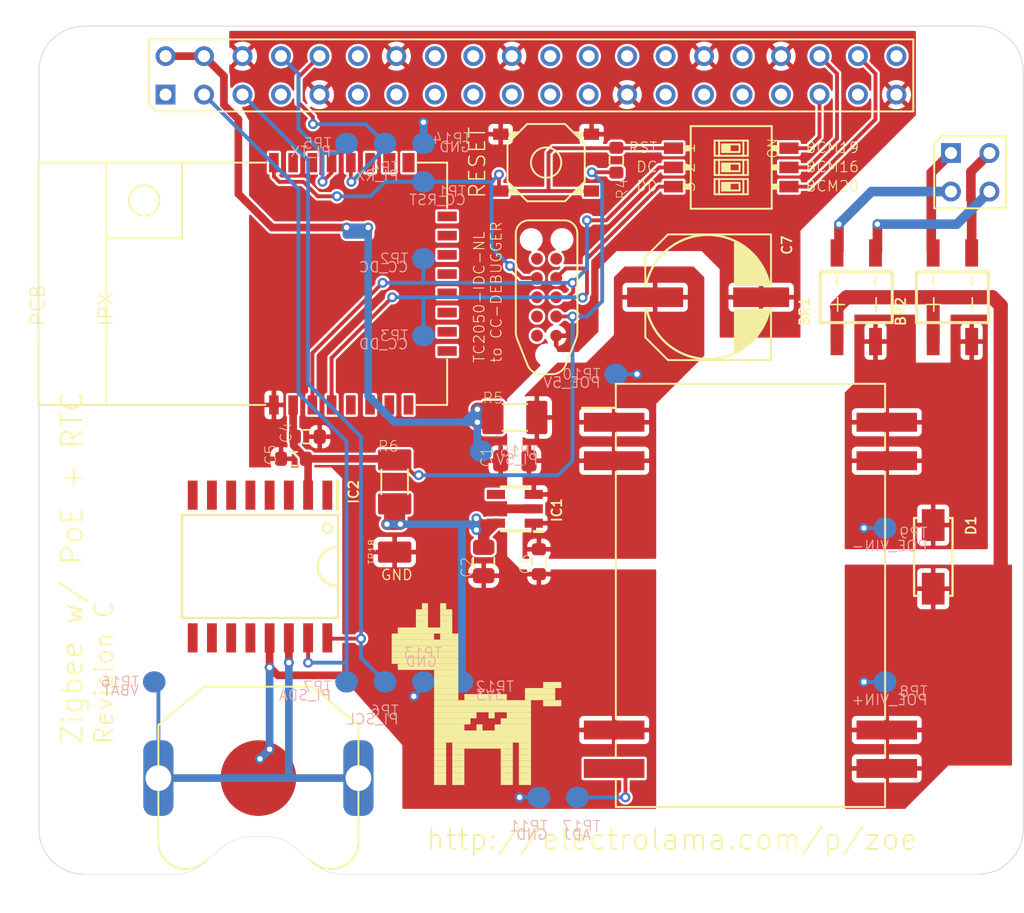
<source format=kicad_pcb>
(kicad_pcb (version 20211014) (generator pcbnew)
  (layers (0 "F.Cu" signal) (31 "B.Cu" signal) (34 "B.Paste" user) (35 "F.Paste" user) (36 "B.SilkS" user "B.Silkscreen") (37 "F.SilkS" user "F.Silkscreen") (38 "B.Mask" user) (39 "F.Mask" user) (44 "Edge.Cuts" user))
  (net 0 "")
  (net 1 "GND")
  (net 2 "POE_VIN+")
  (net 3 "POE_VIN-")
  (net 4 "VB1")
  (net 5 "VB2")
  (net 6 "VA1")
  (net 7 "VA2")
  (net 8 "PI_5V")
  (net 9 "PI_3V3")
  (net 10 "PI_SDA")
  (net 11 "PI_SCL")
  (net 12 "PI_TX")
  (net 13 "PI_RX")
  (net 14 "GP19")
  (net 15 "GP16")
  (net 16 "GP20")
  (net 17 "N$1")
  (net 18 "POE_5V")
  (net 19 "VCC")
  (net 20 "CC_RST")
  (net 21 "CC_DC")
  (net 22 "CC_DD")
  (net 23 "LDO_OUT")
  (net 24 "POE_ADJ")
  (footprint "eagleBoard:_PKG_C_0805" (layer "F.Cu") (at 145.3762 112.3534 90)
    (fp_text reference "C2")
    (fp_text value "22u")
  )
  (footprint "eagleBoard:SILVERTEL_AG9800M" (layer "F.Cu") (at 162.9911 114.5886 -90)
    (fp_text reference "MOD2" hide)
    (fp_text value "AG9805-MT")
  )
  (footprint "eagleBoard:_PKG_C_0603" (layer "F.Cu") (at 149.0211 112.3661 -90)
    (fp_text reference "C6")
    (fp_text value "2u2")
  )
  (footprint "eagleBoard:SOT95P280X145-5N" (layer "F.Cu") (at 147.4336 108.8736 180)
    (fp_text reference "IC1")
    (fp_text value "TLV70333DBVR")
  )
  (footprint "eagleBoard:DIOM5126X250N-NOPOL" (layer "F.Cu") (at 175.0561 112.0486 90)
    (fp_text reference "D1")
    (fp_text value "SMAJ58CA")
  )
  (footprint "eagleBoard:_PKG_C_0805" (layer "F.Cu") (at 147.4336 105.6986)
    (fp_text reference "C1")
    (fp_text value "22u")
  )
  (footprint "eagleBoard:_PKG_C_0603" (layer "F.Cu") (at 132.8159 105.5716 180)
    (fp_text reference "C5")
    (fp_text value "100n")
  )
  (footprint "eagleBoard:EBYTE-E18-MS1PA1" (layer "F.Cu") (at 129.4631 94.0146 -90)
    (fp_text reference "MOD1" hide)
    (fp_text value "E18-MS1PA1-IPX/PCB")
  )
  (footprint "eagleBoard:TP_DUAL_1206" (layer "F.Cu") (at 139.4961 107.0956 90)
    (fp_text reference "R6")
    (fp_text value "0")
  )
  (footprint "eagleBoard:SOP254P665X270-4N" (layer "F.Cu") (at 169.9761 94.9036 90)
    (fp_text reference "BR1")
    (fp_text value "MB6S")
  )
  (footprint "eagleBoard:KEYSTONE_3001" (layer "F.Cu") (at 130.5011 126.6536 180)
    (fp_text reference "BAT1" hide)
    (fp_text value "KEYSTONE 3001")
  )
  (footprint "eagleBoard:DSHP03TS-S" (layer "F.Cu") (at 161.7211 86.3311 -90)
    (fp_text reference "SW1" hide)
    (fp_text value "DSHP03TS-S" hide)
  )
  (footprint "eagleBoard:XKB-TS-1187A" (layer "F.Cu") (at 149.49735 86.0136)
    (fp_text reference "SW2" hide)
    (fp_text value "" hide)
  )
  (footprint "eagleBoard:TP_S2751-46R" (layer "F.Cu") (at 139.4961 111.7311 90)
    (fp_text reference "TP18")
    (fp_text value "TP-HOOK")
  )
  (footprint "eagleBoard:TC2050-IDC-NL" (layer "F.Cu") (at 149.5291 94.9036 90)
    (fp_text reference "CON1" hide)
    (fp_text value "" hide)
  )
  (footprint "eagleBoard:_CAP_ELCO_D8_L10.5" (layer "F.Cu") (at 160.1971 94.9036 180)
    (fp_text reference "C7")
    (fp_text value "470u")
  )
  (footprint "eagleBoard:SOIC127P1032X265-16N" (layer "F.Cu") (at 130.6061 112.6836 -90)
    (fp_text reference "IC2")
    (fp_text value "")
  )
  (footprint "eagleBoard:_PKG_C_0603" (layer "F.Cu") (at 154.1361 85.85485 -90)
    (fp_text reference "R4")
    (fp_text value "4K7")
  )
  (footprint "eagleBoard:_PKG_C_0603" (layer "F.Cu") (at 133.7303 104.1111)
    (fp_text reference "C4")
    (fp_text value "100n")
  )
  (footprint "eagleBoard:RPI-HAT-FULL" (layer "F.Cu") (at 116.0011 133.0036)
    (fp_text reference "MOD3" hide)
    (fp_text value "RPI-HAT-FULL")
  )
  (footprint "eagleBoard:SOP254P665X270-4N" (layer "F.Cu") (at 176.3261 94.9036 90)
    (fp_text reference "BR2")
    (fp_text value "MB6S")
  )
  (footprint "eagleBoard:TP_DUAL_1206" (layer "F.Cu") (at 147.4336 102.8411)
    (fp_text reference "R5")
    (fp_text value "0")
  )
  (footprint "eagleBoard:ELECTROLAMA" (layer "F.Cu") (at 145.3186 122.5511)
    (fp_text reference "U$1" hide)
    (fp_text value "LOGO-ELECTROLAMA" hide)
  )
  (footprint "eagleBoard:TP_DOT" (layer "B.Cu") (at 141.4011 84.7436 180)
    (fp_text reference "TP14")
    (fp_text value "TP" hide)
  )
  (footprint "eagleBoard:TP_DOT" (layer "B.Cu") (at 123.6211 120.3036 180)
    (fp_text reference "TP16")
    (fp_text value "TP" hide)
  )
  (footprint "eagleBoard:TP_DOT" (layer "B.Cu") (at 145.2111 105.0636 180)
    (fp_text reference "TP15")
    (fp_text value "TP" hide)
  )
  (footprint "eagleBoard:TP_DOT" (layer "B.Cu") (at 138.8611 120.3036 180)
    (fp_text reference "TP6")
    (fp_text value "TP" hide)
  )
  (footprint "eagleBoard:TP_DOT" (layer "B.Cu") (at 136.3211 120.3036 180)
    (fp_text reference "TP7")
    (fp_text value "TP" hide)
  )
  (footprint "eagleBoard:TP_DOT" (layer "B.Cu") (at 141.4011 92.3636 180)
    (fp_text reference "TP2")
    (fp_text value "TP" hide)
  )
  (footprint "eagleBoard:TP_DOT" (layer "B.Cu") (at 171.8811 120.3036 180)
    (fp_text reference "TP8")
    (fp_text value "TP" hide)
  )
  (footprint "eagleBoard:TP_DOT" (layer "B.Cu") (at 138.8611 84.7436 180)
    (fp_text reference "TP4")
    (fp_text value "TP" hide)
  )
  (footprint "eagleBoard:TP_DOT" (layer "B.Cu") (at 141.4011 87.2836 180)
    (fp_text reference "TP1")
    (fp_text value "TP" hide)
  )
  (footprint "eagleBoard:TP_DOT" (layer "B.Cu") (at 141.4011 97.4436 180)
    (fp_text reference "TP3")
    (fp_text value "TP" hide)
  )
  (footprint "eagleBoard:TP_DOT" (layer "B.Cu") (at 141.4011 120.3036 180)
    (fp_text reference "TP13")
    (fp_text value "TP" hide)
  )
  (footprint "eagleBoard:TP_DOT" (layer "B.Cu") (at 151.5611 127.9236 180)
    (fp_text reference "TP17")
    (fp_text value "TP" hide)
  )
  (footprint "eagleBoard:TP_DOT" (layer "B.Cu") (at 154.1011 99.9836 180)
    (fp_text reference "TP10")
    (fp_text value "TP" hide)
  )
  (footprint "eagleBoard:TP_DOT" (layer "B.Cu") (at 143.9411 120.3036 180)
    (fp_text reference "TP12")
    (fp_text value "TP" hide)
  )
  (footprint "eagleBoard:TP_DOT" (layer "B.Cu") (at 149.0211 127.9236 180)
    (fp_text reference "TP11")
    (fp_text value "TP" hide)
  )
  (footprint "eagleBoard:TP_DOT" (layer "B.Cu") (at 136.3211 84.7436 180)
    (fp_text reference "TP5")
    (fp_text value "TP" hide)
  )
  (footprint "eagleBoard:TP_DOT" (layer "B.Cu") (at 171.8811 110.1436 180)
    (fp_text reference "TP9")
    (fp_text value "TP" hide)
  )
  (gr_line (start 154.1011 102.2061) (end 151.8786 102.2061) (layer "F.SilkS") (width 0.1524))
  (gr_line (start 134.166696 132.308266) (end 132.835503 131.198938) (layer "Edge.Cuts") (width 0.0254))
  (gr_line (start 124.91495 133.0036) (end 119.0011 133.0036) (layer "Edge.Cuts") (width 0.0254))
  (gr_line (start 181.0011 130.0036) (end 181.0011 80.0036) (layer "Edge.Cuts") (width 0.05))
  (gr_line (start 178.0011 133.0036) (end 136.08725 133.0036) (layer "Edge.Cuts") (width 0.0254))
  (gr_arc (start 130.91495 130.503599) (mid 131.936226 130.682785) (end 132.835503 131.198938) (layer "Edge.Cuts") (width 0.0254))
  (gr_line (start 130.91495 130.5036) (end 130.08725 130.5036) (layer "Edge.Cuts") (width 0.0254))
  (gr_arc (start 178.0011 77.0036) (mid 180.12242 77.88228) (end 181.0011 80.0036) (layer "Edge.Cuts") (width 0.05))
  (gr_line (start 116.0011 80.0036) (end 116.0011 130.0036) (layer "Edge.Cuts") (width 0.05))
  (gr_arc (start 119.0011 133.0036) (mid 116.87978 132.12492) (end 116.0011 130.0036) (layer "Edge.Cuts") (width 0.05))
  (gr_arc (start 116.0011 80.0036) (mid 116.87978 77.88228) (end 119.0011 77.0036) (layer "Edge.Cuts") (width 0.05))
  (gr_arc (start 128.166696 131.198937) (mid 129.065974 130.682785) (end 130.08725 130.5036) (layer "Edge.Cuts") (width 0.0254))
  (gr_arc (start 181.0011 130.0036) (mid 180.12242 132.12492) (end 178.0011 133.0036) (layer "Edge.Cuts") (width 0.05))
  (gr_line (start 128.166696 131.198938) (end 126.835503 132.308266) (layer "Edge.Cuts") (width 0.0254))
  (gr_arc (start 126.835503 132.308266) (mid 125.936226 132.824416) (end 124.91495 133.003601) (layer "Edge.Cuts") (width 0.0254))
  (gr_arc (start 136.08725 133.0036) (mid 135.065974 132.824416) (end 134.166696 132.308266) (layer "Edge.Cuts") (width 0.0254))
  (gr_line (start 178.0011 77.0036) (end 119.0011 77.0036) (layer "Edge.Cuts") (width 0.05))
  (gr_text "PI_RX" (at 139.8136 87.2836) (layer "B.SilkS") (effects (font (size 0.6858 0.6858) (thickness 0.0762)) (justify left bottom mirror)))
  (gr_text "CC_DD" (at 140.4486 98.3961) (layer "B.SilkS") (effects (font (size 0.6858 0.6858) (thickness 0.0762)) (justify left bottom mirror)))
  (gr_text "3V3" (at 146.7986 121.5736) (layer "B.SilkS") (effects (font (size 0.6858 0.6858) (thickness 0.0762)) (justify left bottom mirror)))
  (gr_text "PI_SCL" (at 139.8136 123.1611) (layer "B.SilkS") (effects (font (size 0.6858 0.6858) (thickness 0.0762)) (justify left bottom mirror)))
  (gr_text "GND" (at 142.3536 119.3511) (layer "B.SilkS") (effects (font (size 0.6858 0.6858) (thickness 0.0762)) (justify left bottom mirror)))
  (gr_text "VBAT" (at 122.6686 121.2561) (layer "B.SilkS") (effects (font (size 0.6858 0.6858) (thickness 0.0762)) (justify left bottom mirror)))
  (gr_text "ADJ" (at 152.5136 130.7811) (layer "B.SilkS") (effects (font (size 0.6858 0.6858) (thickness 0.0762)) (justify left bottom mirror)))
  (gr_text "PI_SDA" (at 135.3686 121.5736) (layer "B.SilkS") (effects (font (size 0.6858 0.6858) (thickness 0.0762)) (justify left bottom mirror)))
  (gr_text "POE_5V" (at 153.1486 100.9361) (layer "B.SilkS") (effects (font (size 0.6858 0.6858) (thickness 0.0762)) (justify left bottom mirror)))
  (gr_text "POE_VIN+" (at 174.7386 121.8911) (layer "B.SilkS") (effects (font (size 0.6858 0.6858) (thickness 0.0762)) (justify left bottom mirror)))
  (gr_text "GND" (at 149.6561 130.7811) (layer "B.SilkS") (effects (font (size 0.6858 0.6858) (thickness 0.0762)) (justify left bottom mirror)))
  (gr_text "POE_VIN-" (at 174.7386 111.7311) (layer "B.SilkS") (effects (font (size 0.6858 0.6858) (thickness 0.0762)) (justify left bottom mirror)))
  (gr_text "CC_RST" (at 144.2586 88.8711) (layer "B.SilkS") (effects (font (size 0.6858 0.6858) (thickness 0.0762)) (justify left bottom mirror)))
  (gr_text "PI_TX" (at 135.3686 85.6961) (layer "B.SilkS") (effects (font (size 0.6858 0.6858) (thickness 0.0762)) (justify left bottom mirror)))
  (gr_text "GND" (at 144.5761 85.3786) (layer "B.SilkS") (effects (font (size 0.6858 0.6858) (thickness 0.0762)) (justify left bottom mirror)))
  (gr_text "CC_DC" (at 140.4486 93.3161) (layer "B.SilkS") (effects (font (size 0.6858 0.6858) (thickness 0.0762)) (justify left bottom mirror)))
  (gr_text "PI_5V" (at 149.0211 106.0161) (layer "B.SilkS") (effects (font (size 0.6858 0.6858) (thickness 0.0762)) (justify left bottom mirror)))
  (gr_text "DD" (at 156.88985 87.9761) (layer "F.SilkS") (effects (font (size 0.70104 0.70104) (thickness 0.06096)) (justify right bottom)))
  (gr_text "http://electrolama.com/p/zoe" (at 141.5011 131.5036) (layer "F.SilkS") (effects (font (size 1.38 1.38) (thickness 0.12)) (justify left bottom)))
  (gr_text "DC" (at 156.88985 86.7061) (layer "F.SilkS") (effects (font (size 0.70104 0.70104) (thickness 0.06096)) (justify right bottom)))
  (gr_text "BCM19" (at 166.58985 85.4361) (layer "F.SilkS") (effects (font (size 0.70104 0.70104) (thickness 0.06096)) (justify left bottom)))
  (gr_text "Zigbee w/ PoE + RTC" (at 119.0011 124.5036 90) (layer "F.SilkS") (effects (font (size 1.38 1.38) (thickness 0.12)) (justify left bottom)))
  (gr_text "TC2050-IDC-NL\nto CC-DEBUGGER" (at 146.6161 99.2736 90) (layer "F.SilkS") (effects (font (size 0.70104 0.70104) (thickness 0.06096)) (justify left bottom)))
  (gr_text "RESET" (at 144.9511 86.0136 90) (layer "F.SilkS") (effects (font (size 1.05156 1.05156) (thickness 0.09144))))
  (gr_text "BCM16" (at 166.58985 86.7061) (layer "F.SilkS") (effects (font (size 0.70104 0.70104) (thickness 0.06096)) (justify left bottom)))
  (gr_text "RST" (at 156.88985 85.4361) (layer "F.SilkS") (effects (font (size 0.70104 0.70104) (thickness 0.06096)) (justify right bottom)))
  (gr_text "BCM20" (at 166.58985 87.9761) (layer "F.SilkS") (effects (font (size 0.70104 0.70104) (thickness 0.06096)) (justify left bottom)))
  (gr_text "GND" (at 138.5436 113.6361) (layer "F.SilkS") (effects (font (size 0.6858 0.6858) (thickness 0.0762)) (justify left bottom)))
  (gr_text "Revision C" (at 121.0011 124.5036 90) (layer "F.SilkS") (effects (font (size 1.196 1.196) (thickness 0.104)) (justify left bottom)))
  (segment (start 130.6061 125.3836) (end 130.6061 126.5486) (width 0.508) (layer "F.Cu") (net 1))
  (segment (start 131.784062 119.869) (end 137.000365 119.869) (width 0.508) (layer "F.Cu") (net 1))
  (segment (start 130.5011 126.6536) (end 130.5011 125.4886) (width 0.508) (layer "F.Cu") (net 1))
  (segment (start 148.6836 108.8736) (end 146.1636 108.8736) (width 0.5842) (layer "F.Cu") (net 1))
  (segment (start 131.2411 119.3511) (end 131.266162 119.3511) (width 0.508) (layer "F.Cu") (net 1))
  (segment (start 130.6061 125.3836) (end 131.2411 124.7486) (width 0.508) (layer "F.Cu") (net 1))
  (segment (start 150.1641 97.4436) (end 150.9261 97.4436) (width 0.254) (layer "F.Cu") (net 1))
  (segment (start 130.5011 125.4886) (end 130.6061 125.3836) (width 0.508) (layer "F.Cu") (net 1))
  (segment (start 131.2411 117.3956) (end 131.2411 119.3511) (width 0.508) (layer "F.Cu") (net 1))
  (segment (start 131.266162 119.3511) (end 131.784062 119.869) (width 0.508) (layer "F.Cu") (net 1))
  (segment (start 130.6061 126.5486) (end 130.5011 126.6536) (width 0.508) (layer "F.Cu") (net 1))
  (segment (start 150.9261 97.4436) (end 150.9261 97.1261) (width 0.254) (layer "F.Cu") (net 1))
  (via (at 147.7511 127.9236) (size 0.6548) (drill 0.35) (layers "F.Cu" "B.Cu") (net 1))
  (via (at 131.2411 119.3511) (size 0.6548) (drill 0.35) (layers "F.Cu" "B.Cu") (net 1))
  (via (at 131.2411 124.7486) (size 0.6548) (drill 0.35) (layers "F.Cu" "B.Cu") (net 1))
  (via (at 140.7661 121.2561) (size 0.6548) (drill 0.35) (layers "F.Cu" "B.Cu") (net 1))
  (via (at 141.4011 83.3466) (size 0.6548) (drill 0.35) (layers "F.Cu" "B.Cu") (net 1))
  (via (at 130.6061 125.3836) (size 0.6548) (drill 0.35) (layers "F.Cu" "B.Cu") (net 1))
  (segment (start 149.0211 127.9236) (end 147.7511 127.9236) (width 0.254) (layer "B.Cu") (net 1))
  (segment (start 141.4011 120.6211) (end 140.7661 121.2561) (width 0.254) (layer "B.Cu") (net 1))
  (segment (start 131.2411 119.3511) (end 131.2411 124.7486) (width 0.508) (layer "B.Cu") (net 1))
  (segment (start 141.4011 84.7436) (end 141.4011 83.3466) (width 0.508) (layer "B.Cu") (net 1))
  (segment (start 131.2411 124.7486) (end 130.6061 125.3836) (width 0.508) (layer "B.Cu") (net 1))
  (segment (start 141.4011 120.3036) (end 141.4011 120.6211) (width 0.254) (layer "B.Cu") (net 1))
  (segment (start 179.5152 114.257) (end 179.5011 114.2711) (width 0.762) (layer "F.Cu") (net 2))
  (segment (start 179.5152 95.4497) (end 179.5152 114.257) (width 0.9398) (layer "F.Cu") (net 2))
  (segment (start 169.3411 94.9036) (end 175.0561 94.9036) (width 0.9398) (layer "F.Cu") (net 2))
  (segment (start 175.0561 97.8286) (end 175.0561 94.9036) (width 0.8636) (layer "F.Cu") (net 2))
  (segment (start 178.9691 94.9036) (end 179.5152 95.4497) (width 0.9398) (layer "F.Cu") (net 2))
  (segment (start 168.7061 95.5386) (end 169.3411 94.9036) (width 0.9398) (layer "F.Cu") (net 2))
  (segment (start 175.0561 94.9036) (end 178.9691 94.9036) (width 0.9398) (layer "F.Cu") (net 2))
  (segment (start 168.7061 97.8286) (end 168.7061 95.5386) (width 0.8636) (layer "F.Cu") (net 2))
  (via (at 170.4841 120.3036) (size 0.6548) (drill 0.35) (layers "F.Cu" "B.Cu") (net 2))
  (segment (start 171.8811 120.3036) (end 170.4841 120.3036) (width 0.254) (layer "B.Cu") (net 2))
  (via (at 170.4841 110.1436) (size 0.6548) (drill 0.35) (layers "F.Cu" "B.Cu") (net 3))
  (segment (start 171.8811 110.1436) (end 170.4841 110.1436) (width 0.254) (layer "B.Cu") (net 3))
  (segment (start 171.3731 91.8516) (end 171.2461 91.9786) (width 0.635) (layer "F.Cu") (net 4))
  (segment (start 171.3731 90.0776) (end 171.3731 91.8516) (width 0.635) (layer "F.Cu") (net 4))
  (via (at 171.3731 90.0776) (size 0.6548) (drill 0.35) (layers "F.Cu" "B.Cu") (net 4))
  (segment (start 176.6182 90.0776) (end 171.3731 90.0776) (width 0.635) (layer "B.Cu") (net 4))
  (segment (start 178.77085 87.92495) (end 176.6182 90.0776) (width 0.635) (layer "B.Cu") (net 4))
  (segment (start 168.8331 91.8516) (end 168.7061 91.9786) (width 0.635) (layer "F.Cu") (net 5))
  (segment (start 168.8331 90.0776) (end 168.8331 91.8516) (width 0.635) (layer "F.Cu") (net 5))
  (via (at 168.8331 90.0776) (size 0.6548) (drill 0.35) (layers "F.Cu" "B.Cu") (net 5))
  (segment (start 176.23085 87.92495) (end 170.98575 87.92495) (width 0.635) (layer "B.Cu") (net 5))
  (segment (start 170.98575 87.92495) (end 168.8331 90.0776) (width 0.635) (layer "B.Cu") (net 5))
  (segment (start 177.5961 88.482188) (end 177.54615 88.432238) (width 0.635) (layer "F.Cu") (net 6))
  (segment (start 177.5961 91.9786) (end 177.5961 88.482188) (width 0.635) (layer "F.Cu") (net 6))
  (segment (start 177.54615 86.60965) (end 178.77085 85.38495) (width 0.635) (layer "F.Cu") (net 6))
  (segment (start 177.54615 88.432238) (end 177.54615 86.60965) (width 0.635) (layer "F.Cu") (net 6))
  (segment (start 174.9291 86.6867) (end 174.9291 91.8516) (width 0.635) (layer "F.Cu") (net 7))
  (segment (start 174.9291 91.8516) (end 175.0561 91.9786) (width 0.635) (layer "F.Cu") (net 7))
  (segment (start 176.23085 85.38495) (end 174.9291 86.6867) (width 0.635) (layer "F.Cu") (net 7))
  (segment (start 145.9836 102.8411) (end 145.678037 103.146663) (width 0.508) (layer "F.Cu") (net 8))
  (segment (start 128.22485 82.2036) (end 129.17735 83.1561) (width 0.508) (layer "F.Cu") (net 8))
  (segment (start 145.9836 102.8411) (end 145.592353 102.449854) (width 0.508) (layer "F.Cu") (net 8))
  (segment (start 136.3211 90.78245) (end 136.3211 90.29985) (width 0.508) (layer "F.Cu") (net 8))
  (segment (start 145.592353 102.304654) (end 144.959387 102.304654) (width 0.889) (layer "F.Cu") (net 8))
  (segment (start 131.39985 90.29985) (end 129.17735 88.07735) (width 0.508) (layer "F.Cu") (net 8))
  (segment (start 124.3704 78.98415) (end 126.9104 78.98415) (width 0.508) (layer "F.Cu") (net 8))
  (segment (start 144.959387 103.146663) (end 144.959387 103.1586) (width 0.508) (layer "F.Cu") (net 8))
  (segment (start 137.74985 90.78245) (end 136.3211 90.78245) (width 0.508) (layer "F.Cu") (net 8))
  (segment (start 137.74985 90.29985) (end 137.74985 90.78245) (width 0.508) (layer "F.Cu") (net 8))
  (segment (start 128.22485 80.2986) (end 128.22485 82.2036) (width 0.508) (layer "F.Cu") (net 8))
  (segment (start 126.9104 78.98415) (end 128.22485 80.2986) (width 0.508) (layer "F.Cu") (net 8))
  (segment (start 129.17735 83.1561) (end 129.17735 88.07735) (width 0.508) (layer "F.Cu") (net 8))
  (segment (start 137.74985 90.29985) (end 136.27665 90.29985) (width 0.508) (layer "F.Cu") (net 8))
  (segment (start 136.27665 90.29985) (end 136.2703 90.3062) (width 0.508) (layer "F.Cu") (net 8))
  (segment (start 145.678037 103.146663) (end 144.959387 103.146663) (width 0.889) (layer "F.Cu") (net 8))
  (segment (start 145.592353 102.449854) (end 145.592353 102.304654) (width 0.508) (layer "F.Cu") (net 8))
  (segment (start 136.3211 90.29985) (end 131.39985 90.29985) (width 0.508) (layer "F.Cu") (net 8))
  (via (at 144.959387 102.304654) (size 0.6548) (drill 0.35) (layers "F.Cu" "B.Cu") (net 8))
  (via (at 137.74985 90.29985) (size 0.6548) (drill 0.35) (layers "F.Cu" "B.Cu") (net 8))
  (via (at 136.3211 90.29985) (size 0.6548) (drill 0.35) (layers "F.Cu" "B.Cu") (net 8))
  (via (at 144.959387 103.1586) (size 0.6548) (drill 0.35) (layers "F.Cu" "B.Cu") (net 8))
  (segment (start 137.74985 90.7761) (end 136.3211 90.7761) (width 0.508) (layer "B.Cu") (net 8))
  (segment (start 144.10544 103.1586) (end 144.959387 103.1586) (width 0.508) (layer "B.Cu") (net 8))
  (segment (start 139.4961 103.1586) (end 144.10544 103.1586) (width 0.508) (layer "B.Cu") (net 8))
  (segment (start 144.959387 103.1586) (end 144.9571 103.160888) (width 0.508) (layer "B.Cu") (net 8))
  (segment (start 137.74985 90.29985) (end 137.74985 90.7761) (width 0.508) (layer "B.Cu") (net 8))
  (segment (start 144.9571 104.8096) (end 145.2111 105.0636) (width 0.508) (layer "B.Cu") (net 8))
  (segment (start 136.3211 90.29985) (end 137.74985 90.29985) (width 0.508) (layer "B.Cu") (net 8))
  (segment (start 137.74985 101.41235) (end 139.4961 103.1586) (width 0.508) (layer "B.Cu") (net 8))
  (segment (start 144.959387 102.304654) (end 144.10544 103.1586) (width 0.508) (layer "B.Cu") (net 8))
  (segment (start 136.3211 90.29985) (end 136.3211 90.7761) (width 0.508) (layer "B.Cu") (net 8))
  (segment (start 137.74985 101.41235) (end 137.74985 90.7761) (width 0.508) (layer "B.Cu") (net 8))
  (segment (start 144.9571 103.160888) (end 144.9571 104.8096) (width 0.508) (layer "B.Cu") (net 8))
  (segment (start 144.959387 102.304654) (end 144.959387 103.1586) (width 0.508) (layer "B.Cu") (net 8))
  (segment (start 133.7811 117.3956) (end 133.7811 119.0336) (width 0.254) (layer "F.Cu") (net 10))
  (via (at 133.7811 119.0336) (size 0.6548) (drill 0.35) (layers "F.Cu" "B.Cu") (net 10))
  (segment (start 133.1461 101.2536) (end 133.1461 87.75985) (width 0.254) (layer "B.Cu") (net 10))
  (segment (start 133.1461 87.75985) (end 126.9104 81.52415) (width 0.254) (layer "B.Cu") (net 10))
  (segment (start 136.3211 119.0336) (end 136.3211 120.3036) (width 0.254) (layer "B.Cu") (net 10))
  (segment (start 136.3211 104.4286) (end 136.3211 119.0336) (width 0.254) (layer "B.Cu") (net 10))
  (segment (start 133.7811 119.0336) (end 136.3211 119.0336) (width 0.254) (layer "B.Cu") (net 10))
  (segment (start 133.1461 101.2536) (end 136.3211 104.4286) (width 0.254) (layer "B.Cu") (net 10))
  (segment (start 137.2736 117.4461) (end 135.1016 117.4461) (width 0.254) (layer "F.Cu") (net 11))
  (segment (start 135.1016 117.4461) (end 135.0511 117.3956) (width 0.254) (layer "F.Cu") (net 11))
  (via (at 137.2736 117.4461) (size 0.6548) (drill 0.35) (layers "F.Cu" "B.Cu") (net 11))
  (segment (start 137.2736 118.7161) (end 137.2736 117.4461) (width 0.254) (layer "B.Cu") (net 11))
  (segment (start 129.4504 81.52415) (end 133.7811 85.85485) (width 0.254) (layer "B.Cu") (net 11))
  (segment (start 138.8611 120.3036) (end 137.2736 118.7161) (width 0.254) (layer "B.Cu") (net 11))
  (segment (start 137.2736 104.1111) (end 137.2736 117.4461) (width 0.254) (layer "B.Cu") (net 11))
  (segment (start 133.7811 85.85485) (end 133.7811 100.6186) (width 0.254) (layer "B.Cu") (net 11))
  (segment (start 133.7811 100.6186) (end 137.2736 104.1111) (width 0.254) (layer "B.Cu") (net 11))
  (segment (start 135.3331 86.6841) (end 134.7336 87.2836) (width 0.254) (layer "F.Cu") (net 12))
  (segment (start 135.3331 86.0146) (end 135.3331 86.6841) (width 0.254) (layer "F.Cu") (net 12))
  (via (at 134.7336 87.2836) (size 0.6548) (drill 0.35) (layers "F.Cu" "B.Cu") (net 12))
  (segment (start 131.9904 78.98415) (end 133.1461 80.13985) (width 0.254) (layer "B.Cu") (net 12))
  (segment (start 133.1461 83.7911) (end 134.7336 85.3786) (width 0.254) (layer "B.Cu") (net 12))
  (segment (start 136.3211 84.7436) (end 135.6861 85.3786) (width 0.254) (layer "B.Cu") (net 12))
  (segment (start 133.1461 80.13985) (end 133.1461 83.7911) (width 0.254) (layer "B.Cu") (net 12))
  (segment (start 134.7336 85.3786) (end 134.7336 87.2836) (width 0.254) (layer "B.Cu") (net 12))
  (segment (start 135.6861 85.3786) (end 134.7336 85.3786) (width 0.254) (layer "B.Cu") (net 12))
  (segment (start 136.6031 87.2481) (end 136.6031 86.0146) (width 0.254) (layer "F.Cu") (net 13))
  (segment (start 133.1461 80.36845) (end 133.1461 82.04485) (width 0.254) (layer "F.Cu") (net 13))
  (segment (start 133.1461 82.04485) (end 134.0986 82.99735) (width 0.254) (layer "F.Cu") (net 13))
  (segment (start 136.6386 87.2836) (end 136.6031 87.2481) (width 0.254) (layer "F.Cu") (net 13))
  (segment (start 134.5304 78.98415) (end 133.1461 80.36845) (width 0.254) (layer "F.Cu") (net 13))
  (segment (start 134.0986 82.99735) (end 134.0986 83.4736) (width 0.254) (layer "F.Cu") (net 13))
  (via (at 134.0986 83.4736) (size 0.6548) (drill 0.35) (layers "F.Cu" "B.Cu") (net 13))
  (via (at 136.6386 87.2836) (size 0.6548) (drill 0.35) (layers "F.Cu" "B.Cu") (net 13))
  (segment (start 134.0986 83.4736) (end 137.5911 83.4736) (width 0.254) (layer "B.Cu") (net 13))
  (segment (start 138.8611 85.0611) (end 136.6386 87.2836) (width 0.254) (layer "B.Cu") (net 13))
  (segment (start 138.8611 84.7436) (end 138.8611 85.0611) (width 0.254) (layer "B.Cu") (net 13))
  (segment (start 137.5911 83.4736) (end 138.8611 84.7436) (width 0.254) (layer "B.Cu") (net 13))
  (segment (start 166.8011 85.0611) (end 165.5311 85.0611) (width 0.254) (layer "F.Cu") (net 14))
  (segment (start 167.5504 84.3118) (end 166.8011 85.0611) (width 0.254) (layer "F.Cu") (net 14))
  (segment (start 167.5504 81.52415) (end 167.5504 84.3118) (width 0.254) (layer "F.Cu") (net 14))
  (segment (start 167.5504 78.98415) (end 168.7061 80.13985) (width 0.254) (layer "F.Cu") (net 15))
  (segment (start 168.7061 84.4261) (end 166.8011 86.3311) (width 0.254) (layer "F.Cu") (net 15))
  (segment (start 166.8011 86.3311) (end 165.5311 86.3311) (width 0.254) (layer "F.Cu") (net 15))
  (segment (start 168.7061 80.13985) (end 168.7061 84.4261) (width 0.254) (layer "F.Cu") (net 15))
  (segment (start 171.2461 83.1561) (end 166.8011 87.6011) (width 0.254) (layer "F.Cu") (net 16))
  (segment (start 170.0904 78.98415) (end 171.2461 80.13985) (width 0.254) (layer "F.Cu") (net 16))
  (segment (start 171.2461 80.13985) (end 171.2461 83.1561) (width 0.254) (layer "F.Cu") (net 16))
  (segment (start 166.8011 87.6011) (end 165.5311 87.6011) (width 0.254) (layer "F.Cu") (net 16))
  (segment (start 132.5111 117.3956) (end 132.5111 119.0336) (width 0.508) (layer "F.Cu") (net 17))
  (via (at 132.5111 119.0336) (size 0.6548) (drill 0.35) (layers "F.Cu" "B.Cu") (net 17))
  (segment (start 123.8971 120.5796) (end 123.6211 120.3036) (width 0.254) (layer "B.Cu") (net 17))
  (segment (start 132.5111 119.0336) (end 132.5111 126.6536) (width 0.508) (layer "B.Cu") (net 17))
  (segment (start 137.1051 126.6536) (end 132.5111 126.6536) (width 0.508) (layer "B.Cu") (net 17))
  (segment (start 123.8971 126.6536) (end 132.5111 126.6536) (width 0.508) (layer "B.Cu") (net 17))
  (segment (start 123.8971 126.6536) (end 123.8971 120.5796) (width 0.254) (layer "B.Cu") (net 17))
  (via (at 155.4981 99.9836) (size 0.6548) (drill 0.35) (layers "F.Cu" "B.Cu") (net 18))
  (segment (start 154.1011 99.9836) (end 155.4981 99.9836) (width 0.254) (layer "B.Cu") (net 18))
  (segment (start 132.8286 104.6881) (end 133.6359 105.5716) (width 0.508) (layer "F.Cu") (net 19))
  (segment (start 132.8341 104.4231) (end 132.8286 104.4286) (width 0.508) (layer "F.Cu") (net 19))
  (segment (start 133.6359 105.5716) (end 133.7811 105.6406) (width 0.508) (layer "F.Cu") (net 19))
  (segment (start 132.9103 104.1111) (end 132.8341 104.4231) (width 0.508) (layer "F.Cu") (net 19))
  (segment (start 139.4961 105.6456) (end 139.4221 105.5716) (width 0.508) (layer "F.Cu") (net 19))
  (segment (start 150.1641 96.1736) (end 151.2436 96.1736) (width 0.254) (layer "F.Cu") (net 19))
  (segment (start 132.8286 104.4286) (end 132.8286 104.6881) (width 0.508) (layer "F.Cu") (net 19))
  (segment (start 133.7811 105.6406) (end 133.7811 107.9716) (width 0.508) (layer "F.Cu") (net 19))
  (segment (start 140.8191 106.6511) (end 139.8136 105.6456) (width 0.254) (layer "F.Cu") (net 19))
  (segment (start 139.4221 105.5716) (end 133.6359 105.5716) (width 0.508) (layer "F.Cu") (net 19))
  (segment (start 154.10985 86.6486) (end 154.1361 86.67485) (width 0.254) (layer "F.Cu") (net 19))
  (segment (start 132.7931 102.0146) (end 132.7931 103.9939) (width 0.508) (layer "F.Cu") (net 19))
  (segment (start 132.7931 102.0146) (end 132.8341 102.0556) (width 0.508) (layer "F.Cu") (net 19))
  (segment (start 132.7931 103.9939) (end 132.9103 104.1111) (width 0.508) (layer "F.Cu") (net 19))
  (segment (start 139.8136 105.6456) (end 139.4961 105.6456) (width 0.254) (layer "F.Cu") (net 19))
  (segment (start 152.5136 86.6486) (end 154.10985 86.6486) (width 0.254) (layer "F.Cu") (net 19))
  (segment (start 141.0836 106.6511) (end 140.8191 106.6511) (width 0.254) (layer "F.Cu") (net 19))
  (via (at 152.5136 86.6486) (size 0.6548) (drill 0.35) (layers "F.Cu" "B.Cu") (net 19))
  (via (at 141.0836 106.6511) (size 0.6548) (drill 0.35) (layers "F.Cu" "B.Cu") (net 19))
  (via (at 151.2436 96.1736) (size 0.6548) (drill 0.35) (layers "F.Cu" "B.Cu") (net 19))
  (segment (start 152.1961 96.1736) (end 153.1994 95.1703) (width 0.254) (layer "B.Cu") (net 19))
  (segment (start 153.1994 95.1703) (end 153.1994 87.3344) (width 0.254) (layer "B.Cu") (net 19))
  (segment (start 150.2911 106.6511) (end 141.0836 106.6511) (width 0.254) (layer "B.Cu") (net 19))
  (segment (start 153.1994 87.3344) (end 152.5136 86.6486) (width 0.254) (layer "B.Cu") (net 19))
  (segment (start 152.1961 96.1736) (end 151.2436 96.1736) (width 0.254) (layer "B.Cu") (net 19))
  (segment (start 151.2436 105.6986) (end 150.2911 106.6511) (width 0.254) (layer "B.Cu") (net 19))
  (segment (start 151.2436 96.1736) (end 151.2436 105.6986) (width 0.254) (layer "B.Cu") (net 19))
  (segment (start 147.913406 93.6336) (end 147.118134 92.838329) (width 0.254) (layer "F.Cu") (net 20))
  (segment (start 149.6561 87.8886) (end 152.49735 87.8886) (width 0.254) (layer "F.Cu") (net 20))
  (segment (start 131.5231 86.0146) (end 131.5231 86.9306) (width 0.254) (layer "F.Cu") (net 20))
  (segment (start 154.1361 85.03485) (end 154.10985 85.0611) (width 0.254) (layer "F.Cu") (net 20))
  (segment (start 131.8761 87.2836) (end 133.4636 87.2836) (width 0.254) (layer "F.Cu") (net 20))
  (segment (start 149.6561 85.3786) (end 149.6561 87.8886) (width 0.254) (layer "F.Cu") (net 20))
  (segment (start 146.49735 87.8886) (end 149.6561 87.8886) (width 0.254) (layer "F.Cu") (net 20))
  (segment (start 146.383562 87.774813) (end 146.383562 86.796938) (width 0.254) (layer "F.Cu") (net 20))
  (segment (start 133.4636 87.2836) (end 134.4161 88.2361) (width 0.254) (layer "F.Cu") (net 20))
  (segment (start 154.16235 85.0611) (end 154.1361 85.03485) (width 0.254) (layer "F.Cu") (net 20))
  (segment (start 131.5231 86.9306) (end 131.8761 87.2836) (width 0.254) (layer "F.Cu") (net 20))
  (segment (start 146.49735 87.8886) (end 146.383562 87.774813) (width 0.254) (layer "F.Cu") (net 20))
  (segment (start 148.8941 93.6336) (end 147.913406 93.6336) (width 0.254) (layer "F.Cu") (net 20))
  (segment (start 157.9111 85.0611) (end 154.16235 85.0611) (width 0.254) (layer "F.Cu") (net 20))
  (segment (start 154.10985 85.0611) (end 149.9736 85.0611) (width 0.254) (layer "F.Cu") (net 20))
  (segment (start 134.4161 88.2361) (end 135.6861 88.2361) (width 0.254) (layer "F.Cu") (net 20))
  (segment (start 149.9736 85.0611) (end 149.6561 85.3786) (width 0.254) (layer "F.Cu") (net 20))
  (via (at 147.118134 92.838329) (size 0.6548) (drill 0.35) (layers "F.Cu" "B.Cu") (net 20))
  (via (at 146.383562 86.796938) (size 0.6548) (drill 0.35) (layers "F.Cu" "B.Cu") (net 20))
  (via (at 135.6861 88.2361) (size 0.6548) (drill 0.35) (layers "F.Cu" "B.Cu") (net 20))
  (segment (start 141.4011 87.2836) (end 145.8969 87.2836) (width 0.254) (layer "B.Cu") (net 20))
  (segment (start 137.9086 88.2361) (end 135.6861 88.2361) (width 0.254) (layer "B.Cu") (net 20))
  (segment (start 138.8611 87.2836) (end 141.4011 87.2836) (width 0.254) (layer "B.Cu") (net 20))
  (segment (start 138.8611 87.2836) (end 137.9086 88.2361) (width 0.254) (layer "B.Cu") (net 20))
  (segment (start 147.118134 92.838329) (end 145.8969 91.617094) (width 0.254) (layer "B.Cu") (net 20))
  (segment (start 145.8969 91.617094) (end 145.8969 87.2836) (width 0.254) (layer "B.Cu") (net 20))
  (segment (start 145.8969 87.2836) (end 146.383562 86.796938) (width 0.254) (layer "B.Cu") (net 20))
  (segment (start 153.4661 89.8236) (end 152.1961 89.8236) (width 0.254) (layer "F.Cu") (net 21))
  (segment (start 150.1641 94.9036) (end 150.936259 94.9036) (width 0.254) (layer "F.Cu") (net 21))
  (segment (start 150.936259 94.9036) (end 151.289065 94.550794) (width 0.254) (layer "F.Cu") (net 21))
  (segment (start 156.9586 86.3311) (end 153.4661 89.8236) (width 0.254) (layer "F.Cu") (net 21))
  (segment (start 134.0631 98.59035) (end 134.0631 102.0146) (width 0.254) (layer "F.Cu") (net 21))
  (segment (start 151.289065 93.996566) (end 151.2436 93.9511) (width 0.254) (layer "F.Cu") (net 21))
  (segment (start 151.289065 94.550794) (end 151.289065 93.996566) (width 0.254) (layer "F.Cu") (net 21))
  (segment (start 138.70235 93.9511) (end 134.0631 98.59035) (width 0.254) (layer "F.Cu") (net 21))
  (segment (start 157.9111 86.3311) (end 156.9586 86.3311) (width 0.254) (layer "F.Cu") (net 21))
  (via (at 152.1961 89.8236) (size 0.6548) (drill 0.35) (layers "F.Cu" "B.Cu") (net 21))
  (via (at 151.2436 93.9511) (size 0.6548) (drill 0.35) (layers "F.Cu" "B.Cu") (net 21))
  (via (at 138.70235 93.9511) (size 0.6548) (drill 0.35) (layers "F.Cu" "B.Cu") (net 21))
  (segment (start 141.4011 93.9511) (end 138.70235 93.9511) (width 0.254) (layer "B.Cu") (net 21))
  (segment (start 141.4011 92.3636) (end 141.4011 93.9511) (width 0.254) (layer "B.Cu") (net 21))
  (segment (start 151.2436 93.9511) (end 141.4011 93.9511) (width 0.254) (layer "B.Cu") (net 21))
  (segment (start 152.1961 89.8236) (end 152.1961 92.9986) (width 0.254) (layer "B.Cu") (net 21))
  (segment (start 152.1961 92.9986) (end 151.2436 93.9511) (width 0.254) (layer "B.Cu") (net 21))
  (segment (start 150.1641 93.6336) (end 150.7991 92.9986) (width 0.254) (layer "F.Cu") (net 22))
  (segment (start 152.1961 92.3636) (end 152.1961 92.9986) (width 0.254) (layer "F.Cu") (net 22))
  (segment (start 135.3331 98.90785) (end 135.3331 102.0146) (width 0.254) (layer "F.Cu") (net 22))
  (segment (start 152.1961 92.9986) (end 152.1961 94.645594) (width 0.254) (layer "F.Cu") (net 22))
  (segment (start 152.1961 94.645594) (end 151.908346 94.933347) (width 0.254) (layer "F.Cu") (net 22))
  (segment (start 156.9586 87.6011) (end 152.1961 92.3636) (width 0.254) (layer "F.Cu") (net 22))
  (segment (start 150.7991 92.9986) (end 152.1961 92.9986) (width 0.254) (layer "F.Cu") (net 22))
  (segment (start 139.33735 94.9036) (end 135.3331 98.90785) (width 0.254) (layer "F.Cu") (net 22))
  (segment (start 157.9111 87.6011) (end 156.9586 87.6011) (width 0.254) (layer "F.Cu") (net 22))
  (via (at 151.908346 94.933347) (size 0.6548) (drill 0.35) (layers "F.Cu" "B.Cu") (net 22))
  (via (at 139.33735 94.9036) (size 0.6548) (drill 0.35) (layers "F.Cu" "B.Cu") (net 22))
  (segment (start 139.33735 94.9036) (end 141.4011 94.9036) (width 0.254) (layer "B.Cu") (net 22))
  (segment (start 141.4011 97.4436) (end 141.4011 94.9036) (width 0.254) (layer "B.Cu") (net 22))
  (segment (start 151.8786 94.9036) (end 151.908346 94.933347) (width 0.254) (layer "B.Cu") (net 22))
  (segment (start 141.4011 94.9036) (end 151.8786 94.9036) (width 0.254) (layer "B.Cu") (net 22))
  (segment (start 145.1476 109.7626) (end 145.1476 110.0166) (width 0.508) (layer "F.Cu") (net 23))
  (segment (start 146.1836 109.8236) (end 145.3406 109.8236) (width 0.508) (layer "F.Cu") (net 23))
  (segment (start 145.1476 110.0166) (end 145.2111 109.9531) (width 0.508) (layer "F.Cu") (net 23))
  (segment (start 145.3762 110.1182) (end 145.2111 109.9531) (width 0.762) (layer "F.Cu") (net 23))
  (segment (start 144.8936 109.5086) (end 145.1476 109.7626) (width 0.508) (layer "F.Cu") (net 23))
  (segment (start 145.3762 110.631) (end 145.3762 110.7786) (width 0.635) (layer "F.Cu") (net 23))
  (segment (start 139.8771 109.8896) (end 138.9881 109.8896) (width 0.762) (layer "F.Cu") (net 23))
  (segment (start 139.8771 109.8896) (end 139.4961 109.5086) (width 0.508) (layer "F.Cu") (net 23))
  (segment (start 146.1836 109.8236) (end 145.3762 110.631) (width 0.635) (layer "F.Cu") (net 23))
  (segment (start 145.2111 109.9531) (end 145.3406 109.8236) (width 0.508) (layer "F.Cu") (net 23))
  (segment (start 145.3762 110.7786) (end 145.3762 110.1182) (width 0.762) (layer "F.Cu") (net 23))
  (segment (start 144.8936 109.5086) (end 144.8936 110.0166) (width 0.508) (layer "F.Cu") (net 23))
  (segment (start 139.4961 109.5086) (end 139.4961 108.5456) (width 1.397) (layer "F.Cu") (net 23))
  (segment (start 145.3762 111.4184) (end 145.3762 110.7786) (width 0.762) (layer "F.Cu") (net 23))
  (segment (start 144.8936 110.0166) (end 145.1476 109.7626) (width 0.508) (layer "F.Cu") (net 23))
  (segment (start 146.1836 109.8236) (end 146.1811 109.8261) (width 0.508) (layer "F.Cu") (net 23))
  (segment (start 146.1836 109.8236) (end 146.1636 109.8436) (width 0.508) (layer "F.Cu") (net 23))
  (segment (start 144.8936 110.2706) (end 144.8936 110.0166) (width 0.508) (layer "F.Cu") (net 23))
  (via (at 139.8771 109.8896) (size 0.6548) (drill 0.35) (layers "F.Cu" "B.Cu") (net 23))
  (via (at 144.8936 110.2706) (size 0.6548) (drill 0.35) (layers "F.Cu" "B.Cu") (net 23))
  (via (at 144.8936 109.5086) (size 0.6548) (drill 0.35) (layers "F.Cu" "B.Cu") (net 23))
  (via (at 138.9881 109.8896) (size 0.6548) (drill 0.35) (layers "F.Cu" "B.Cu") (net 23))
  (segment (start 143.9411 109.889604) (end 143.941096 109.8896) (width 0.508) (layer "B.Cu") (net 23))
  (segment (start 144.8936 110.2706) (end 144.8936 109.5086) (width 0.508) (layer "B.Cu") (net 23))
  (segment (start 143.9411 120.3036) (end 143.9411 109.889604) (width 0.508) (layer "B.Cu") (net 23))
  (segment (start 143.941096 109.8896) (end 138.9881 109.8896) (width 0.508) (layer "B.Cu") (net 23))
  (segment (start 144.5126 109.8896) (end 144.8936 110.2706) (width 0.508) (layer "B.Cu") (net 23))
  (segment (start 143.941096 109.8896) (end 144.5126 109.8896) (width 0.508) (layer "B.Cu") (net 23))
  (segment (start 154.7361 126.0186) (end 153.9911 126.0186) (width 0.254) (layer "F.Cu") (net 24))
  (segment (start 154.7361 127.9236) (end 154.7361 126.0186) (width 0.254) (layer "F.Cu") (net 24))
  (via (at 154.7361 127.9236) (size 0.6548) (drill 0.35) (layers "F.Cu" "B.Cu") (net 24))
  (segment (start 151.5611 127.9236) (end 154.7361 127.9236) (width 0.254) (layer "B.Cu") (net 24))
  (zone (net 3) (net_name "POE_VIN-") (layer "F.Cu") (priority 6) (connect_pads (clearance 0.000001)) (min_thickness 0.127) (fill yes (thermal_gap 0.304) (thermal_bridge_width 0.304))
    (polygon (pts (xy 173.9131 99.2216) (xy 176.1991 99.2216) (xy 176.1991 96.0466) (xy 178.6629 96.0466) (xy 178.6629 111.5406) (xy 169.2141 111.5406) (xy 169.2141 101.200995) (xy 169.8491 100.565994) (xy 169.8491 96.0466) (xy 173.9131 96.0466)))
  )
  (zone (net 1) (net_name "GND") (layer "F.Cu") (priority 6) (connect_pads (clearance 0.000001)) (min_thickness 0.127) (fill yes (thermal_gap 0.304) (thermal_bridge_width 0.304))
    (polygon (pts (xy 173.9131 82.891205) (xy 166.2931 90.511206) (xy 166.2931 97.5706) (xy 160.9591 97.5706) (xy 160.9591 93.051206) (xy 159.763494 91.8556) (xy 154.153706 91.8556) (xy 152.9581 93.051206) (xy 152.9581 97.178705) (xy 151.613705 98.5231) (xy 150.026206 98.5231) (xy 146.9256 101.623706) (xy 146.9256 111.995994) (xy 147.803706 112.8741) (xy 156.7681 112.8741) (xy 156.7681 128.6856) (xy 140.0041 128.6856) (xy 140.0041 124.47923) (xy 136.03535 119.995152) (xy 136.03535 106.862456) (xy 135.315994 106.1431) (xy 129.883178 106.1431) (xy 129.883178 83.250531) (xy 128.5741 80.857069) (xy 128.5741 77.3141) (xy 173.9131 77.3141)))
  )
  (zone (net 2) (net_name "POE_VIN+") (layer "F.Cu") (priority 6) (connect_pads (clearance 0.000001)) (min_thickness 0.127) (fill yes (thermal_gap 0.304) (thermal_bridge_width 0.304))
    (polygon (pts (xy 180.2631 125.8281) (xy 176.061206 125.8281) (xy 173.203705 128.6856) (xy 169.2141 128.6856) (xy 169.2141 112.5566) (xy 180.2631 112.5566)))
  )
  (zone (net 18) (net_name "POE_5V") (layer "F.Cu") (priority 6) (connect_pads (clearance 0.000001)) (min_thickness 0.127) (fill yes (thermal_gap 0.304) (thermal_bridge_width 0.304))
    (polygon (pts (xy 159.9431 93.580995) (xy 159.9431 98.766205) (xy 156.7681 101.941206) (xy 156.7681 112.1756) (xy 147.9416 112.1756) (xy 147.9416 101.518495) (xy 150.238495 99.2216) (xy 152.143494 99.2216) (xy 153.9741 97.390994) (xy 153.9741 93.580995) (xy 154.683495 92.8716) (xy 159.233705 92.8716)))
  )
)
</source>
